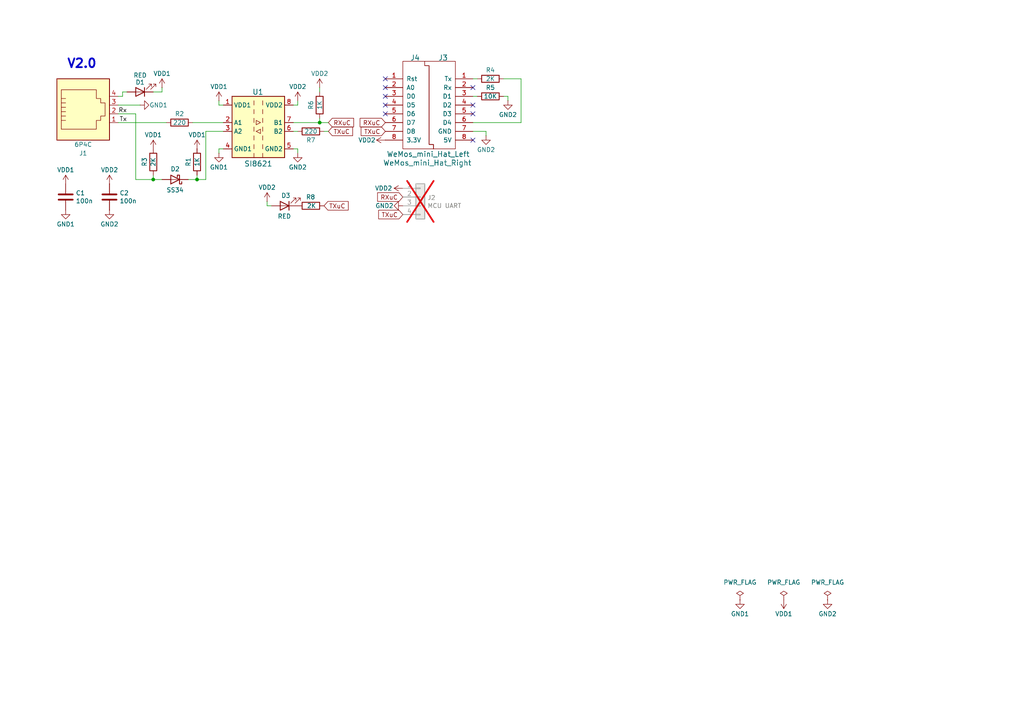
<source format=kicad_sch>
(kicad_sch (version 20231120) (generator "eeschema") (generator_version "8.0")
  (paper "A4")
  (lib_symbols
    (symbol "Connector:6P4C" (pin_names (offset 1.016))
      (property "Reference" "J" (at -5.08 11.43 0))
      (property "Value" "6P4C" (at 2.54 11.43 0))
      (symbol "6P4C_0_1"
        (polyline (pts (xy -6.35 -1.905) (xy -5.08 -1.905) (xy -5.08 -1.905)))
        (polyline (pts (xy -6.35 -0.635) (xy -5.08 -0.635) (xy -5.08 -0.635)))
        (polyline (pts (xy -6.35 0.635) (xy -5.08 0.635) (xy -5.08 0.635)))
        (polyline (pts (xy -6.35 1.905) (xy -5.08 1.905) (xy -5.08 1.905)))
        (polyline (pts (xy -6.35 3.175) (xy -5.08 3.175) (xy -5.08 3.175)))
        (polyline (pts (xy -5.08 4.445) (xy -6.35 4.445) (xy -6.35 4.445)))
        (polyline (pts (xy -6.35 -4.445) (xy -6.35 6.985) (xy 3.81 6.985) (xy 3.81 4.445) (xy 5.08 4.445) (xy 5.08 3.175) (xy 6.35 3.175) (xy 6.35 -0.635) (xy 5.08 -0.635) (xy 5.08 -1.905) (xy 3.81 -1.905) (xy 3.81 -4.445) (xy -6.35 -4.445) (xy -6.35 -4.445)))
        (rectangle (start 7.62 10.16) (end -7.62 -7.62) (stroke (width 0.254)) (fill (type background)))
      )
      (symbol "6P4C_1_1"
        (pin passive line (at 10.16 -2.54 180) (length 2.54) (name "~") (number "1"))
        (pin passive line (at 10.16 0 180) (length 2.54) (name "~") (number "2"))
        (pin passive line (at 10.16 2.54 180) (length 2.54) (name "~") (number "3"))
        (pin passive line (at 10.16 5.08 180) (length 2.54) (name "~") (number "4"))
      )
    )
    (symbol "Connector_Generic:Conn_01x04" (pin_names (offset 1.016) hide)
      (property "Reference" "J" (at 0 5.08 0))
      (property "Value" "Conn_01x04" (at 0 -7.62 0))
      (symbol "Conn_01x04_1_1"
        (rectangle (start -1.27 -4.953) (end 0 -5.207) (stroke (width 0.1524)))
        (rectangle (start -1.27 -2.413) (end 0 -2.667) (stroke (width 0.1524)))
        (rectangle (start -1.27 0.127) (end 0 -0.127) (stroke (width 0.1524)))
        (rectangle (start -1.27 2.667) (end 0 2.413) (stroke (width 0.1524)))
        (rectangle (start -1.27 3.81) (end 1.27 -6.35) (stroke (width 0.254)) (fill (type background)))
        (pin passive line (at -5.08 2.54 0) (length 3.81) (name "Pin_1") (number "1"))
        (pin passive line (at -5.08 0 0) (length 3.81) (name "Pin_2") (number "2"))
        (pin passive line (at -5.08 -2.54 0) (length 3.81) (name "Pin_3") (number "3"))
        (pin passive line (at -5.08 -5.08 0) (length 3.81) (name "Pin_4") (number "4"))
      )
    )
    (symbol "Device:C" (pin_numbers hide) (pin_names (offset 0.254))
      (property "Reference" "C" (at 0.635 2.54 0))
      (property "Value" "C" (at 0.635 -2.54 0))
      (symbol "C_0_1"
        (polyline (pts (xy -2.032 -0.762) (xy 2.032 -0.762)) (stroke (width 0.508)))
        (polyline (pts (xy -2.032 0.762) (xy 2.032 0.762)) (stroke (width 0.508)))
      )
      (symbol "C_1_1"
        (pin passive line (at 0 3.81 270) (length 2.794) (name "~") (number "1"))
        (pin passive line (at 0 -3.81 90) (length 2.794) (name "~") (number "2"))
      )
    )
    (symbol "Device:D_Schottky" (pin_numbers hide) (pin_names (offset 1.016) hide)
      (property "Reference" "D" (at 0 2.54 0))
      (property "Value" "D_Schottky" (at 0 -2.54 0))
      (symbol "D_Schottky_0_1"
        (polyline (pts (xy 1.27 0) (xy -1.27 0)))
        (polyline (pts (xy 1.27 1.27) (xy 1.27 -1.27) (xy -1.27 0) (xy 1.27 1.27)) (stroke (width 0.254)))
        (polyline (pts (xy -1.905 0.635) (xy -1.905 1.27) (xy -1.27 1.27) (xy -1.27 -1.27) (xy -0.635 -1.27) (xy -0.635 -0.635)) (stroke (width 0.254)))
      )
      (symbol "D_Schottky_1_1"
        (pin passive line (at -3.81 0 0) (length 2.54) (name "K") (number "1"))
        (pin passive line (at 3.81 0 180) (length 2.54) (name "A") (number "2"))
      )
    )
    (symbol "Device:LED" (pin_numbers hide) (pin_names (offset 1.016) hide)
      (property "Reference" "D" (at 0 2.54 0))
      (property "Value" "LED" (at 0 -2.54 0))
      (symbol "LED_0_1"
        (polyline (pts (xy -1.27 -1.27) (xy -1.27 1.27)) (stroke (width 0.254)))
        (polyline (pts (xy -1.27 0) (xy 1.27 0)))
        (polyline (pts (xy 1.27 -1.27) (xy 1.27 1.27) (xy -1.27 0) (xy 1.27 -1.27)) (stroke (width 0.254)))
        (polyline (pts (xy -3.048 -0.762) (xy -4.572 -2.286) (xy -3.81 -2.286) (xy -4.572 -2.286) (xy -4.572 -1.524)))
        (polyline (pts (xy -1.778 -0.762) (xy -3.302 -2.286) (xy -2.54 -2.286) (xy -3.302 -2.286) (xy -3.302 -1.524)))
      )
      (symbol "LED_1_1"
        (pin passive line (at -3.81 0 0) (length 2.54) (name "K") (number "1"))
        (pin passive line (at 3.81 0 180) (length 2.54) (name "A") (number "2"))
      )
    )
    (symbol "Device:R" (pin_numbers hide) (pin_names (offset 0))
      (property "Reference" "R" (at 2.032 0 90))
      (property "Value" "R" (at 0 0 90))
      (symbol "R_0_1"
        (rectangle (start -1.016 -2.54) (end 1.016 2.54) (stroke (width 0.254)))
      )
      (symbol "R_1_1"
        (pin passive line (at 0 3.81 270) (length 1.27) (name "~") (number "1"))
        (pin passive line (at 0 -3.81 90) (length 1.27) (name "~") (number "2"))
      )
    )
    (symbol "power:GND1" (power) (pin_numbers hide) (pin_names (offset 0) hide)
      (property "Value" "GND1" (at 0 -3.81 0))
      (symbol "GND1_0_1"
        (polyline (pts (xy 0 0) (xy 0 -1.27) (xy 1.27 -1.27) (xy 0 -2.54) (xy -1.27 -1.27) (xy 0 -1.27)))
      )
      (symbol "GND1_1_1"
        (pin power_in line (at 0 0 270) (length 0) (name "~") (number "1"))
      )
    )
    (symbol "power:GND2" (power) (pin_numbers hide) (pin_names (offset 0) hide)
      (property "Value" "GND2" (at 0 -3.81 0))
      (symbol "GND2_0_1"
        (polyline (pts (xy 0 0) (xy 0 -1.27) (xy 1.27 -1.27) (xy 0 -2.54) (xy -1.27 -1.27) (xy 0 -1.27)))
      )
      (symbol "GND2_1_1"
        (pin power_in line (at 0 0 270) (length 0) (name "~") (number "1"))
      )
    )
    (symbol "power:PWR_FLAG" (power) (pin_numbers hide) (pin_names (offset 0) hide)
      (property "Value" "PWR_FLAG" (at 0 3.81 0))
      (symbol "PWR_FLAG_0_0"
        (pin power_out line (at 0 0 90) (length 0) (name "~") (number "1"))
      )
      (symbol "PWR_FLAG_0_1"
        (polyline (pts (xy 0 0) (xy 0 1.27) (xy -1.016 1.905) (xy 0 2.54) (xy 1.016 1.905) (xy 0 1.27)))
      )
    )
    (symbol "power:VDD" (power) (pin_numbers hide) (pin_names (offset 0) hide)
      (property "Value" "VDD" (at 0 3.556 0))
      (symbol "VDD_0_1"
        (polyline (pts (xy -0.762 1.27) (xy 0 2.54)))
        (polyline (pts (xy 0 0) (xy 0 2.54)))
        (polyline (pts (xy 0 2.54) (xy 0.762 1.27)))
      )
      (symbol "VDD_1_1"
        (pin power_in line (at 0 0 90) (length 0) (name "~") (number "1"))
      )
    )
    (symbol "si8621:Si8621EC-B-IS"
      (property "Reference" "U" (at 0 12.192 0))
      (property "Value" "Si8621EC-B-IS" (at 0 10.16 0))
      (symbol "Si8621EC-B-IS_0_1"
        (rectangle (start -7.62 8.89) (end 7.62 -8.89) (stroke (width 0.254)) (fill (type background)))
        (polyline (pts (xy -1.27 -7.62) (xy -1.27 -8.89)))
        (polyline (pts (xy -1.27 -5.08) (xy -1.27 -6.35)))
        (polyline (pts (xy -1.27 -2.54) (xy -1.27 -3.81)))
        (polyline (pts (xy -1.27 0) (xy -1.27 -1.27)))
        (polyline (pts (xy -1.27 2.54) (xy -1.27 1.27)))
        (polyline (pts (xy -1.27 5.08) (xy -1.27 3.81)))
        (polyline (pts (xy -1.27 7.62) (xy -1.27 6.35)))
        (polyline (pts (xy 1.27 -7.62) (xy 1.27 -8.89)))
        (polyline (pts (xy 1.27 -5.08) (xy 1.27 -6.35)))
        (polyline (pts (xy 1.27 -2.54) (xy 1.27 -3.81)))
        (polyline (pts (xy 1.27 0) (xy 1.27 -1.27)))
        (polyline (pts (xy 1.27 2.54) (xy 1.27 1.27)))
        (polyline (pts (xy 1.27 5.08) (xy 1.27 3.81)))
        (polyline (pts (xy 1.27 7.62) (xy 1.27 6.35)))
        (polyline (pts (xy -0.635 -1.27) (xy 0.635 -0.635) (xy 0.635 -1.905) (xy -0.635 -1.27)))
        (polyline (pts (xy -0.635 1.905) (xy -0.635 0.635) (xy 0.635 1.27) (xy -0.635 1.905)))
      )
      (symbol "Si8621EC-B-IS_1_1"
        (pin power_in line (at -10.16 6.35 0) (length 2.54) (name "VDD1") (number "1"))
        (pin input line (at -10.16 1.27 0) (length 2.54) (name "A1") (number "2"))
        (pin output line (at -10.16 -1.27 0) (length 2.54) (name "A2") (number "3"))
        (pin power_in line (at -10.16 -6.35 0) (length 2.54) (name "GND1") (number "4"))
        (pin power_in line (at 10.16 -6.35 180) (length 2.54) (name "GND2") (number "5"))
        (pin input line (at 10.16 -1.27 180) (length 2.54) (name "B2") (number "6"))
        (pin output line (at 10.16 1.27 180) (length 2.54) (name "B1") (number "7"))
        (pin power_in line (at 10.16 6.35 180) (length 2.54) (name "VDD2") (number "8"))
      )
    )
    (symbol "wemos_mini:WeMos_D1_mini_Hat_Left" (pin_names (offset 1.016))
      (property "Reference" "J" (at -0.254 13.716 0))
      (property "Value" "WeMos_mini_Hat_Left" (at 4.064 -14.224 0))
      (symbol "WeMos_D1_mini_Hat_Left_0_1"
        (polyline (pts (xy 2.54 -12.7) (xy -3.81 -12.7) (xy -3.81 12.7) (xy 5.08 12.7)))
        (polyline (pts (xy 2.54 -12.7) (xy 2.54 -11.43) (xy 3.81 -11.43) (xy 3.81 11.43) (xy 5.08 11.43) (xy 5.08 12.7)))
      )
      (symbol "WeMos_D1_mini_Hat_Left_1_1"
        (pin bidirectional line (at -8.89 7.62 0) (length 5.08) (name "Tx") (number "1"))
        (pin bidirectional line (at -8.89 5.08 0) (length 5.08) (name "Rx") (number "2"))
        (pin bidirectional line (at -8.89 2.54 0) (length 5.08) (name "D1") (number "3"))
        (pin bidirectional line (at -8.89 0 0) (length 5.08) (name "D2") (number "4"))
        (pin bidirectional line (at -8.89 -2.54 0) (length 5.08) (name "D3") (number "5"))
        (pin bidirectional line (at -8.89 -5.08 0) (length 5.08) (name "D4") (number "6"))
        (pin power_in line (at -8.89 -7.62 0) (length 5.08) (name "GND") (number "7"))
        (pin power_in line (at -8.89 -10.16 0) (length 5.08) (name "5V") (number "8"))
      )
    )
    (symbol "wemos_mini:WeMos_D1_mini_Hat_Right" (pin_names (offset 1.016))
      (property "Reference" "J" (at 0.254 13.716 0))
      (property "Value" "WeMos_mini_Hat_Right" (at -3.302 -16.764 0))
      (symbol "WeMos_D1_mini_Hat_Right_0_1"
        (polyline (pts (xy -5.08 -12.7) (xy 3.81 -12.7) (xy 3.81 12.7) (xy -2.54 12.7)))
        (polyline (pts (xy -5.08 -12.7) (xy -5.08 -11.43) (xy -3.81 -11.43) (xy -3.81 11.43) (xy -2.54 11.43) (xy -2.54 12.7)))
      )
      (symbol "WeMos_D1_mini_Hat_Right_1_1"
        (pin bidirectional line (at 8.89 7.62 180) (length 5.08) (name "Rst") (number "1"))
        (pin bidirectional line (at 8.89 5.08 180) (length 5.08) (name "A0") (number "2"))
        (pin bidirectional line (at 8.89 2.54 180) (length 5.08) (name "D0") (number "3"))
        (pin bidirectional line (at 8.89 0 180) (length 5.08) (name "D5") (number "4"))
        (pin bidirectional line (at 8.89 -2.54 180) (length 5.08) (name "D6") (number "5"))
        (pin bidirectional line (at 8.89 -5.08 180) (length 5.08) (name "D7") (number "6"))
        (pin bidirectional line (at 8.89 -7.62 180) (length 5.08) (name "D8") (number "7"))
        (pin power_out line (at 8.89 -10.16 180) (length 5.08) (name "3.3V") (number "8"))
      )
    )
  )
  (junction (at 57.15 52.07))
  (junction (at 44.45 52.07))
  (junction (at 92.71 35.56))
  (no_connect (at 111.76 25.4))
  (no_connect (at 137.16 25.4))
  (no_connect (at 111.76 27.94))
  (no_connect (at 111.76 33.02))
  (no_connect (at 137.16 33.02))
  (no_connect (at 111.76 30.48))
  (no_connect (at 137.16 40.64))
  (no_connect (at 137.16 30.48))
  (no_connect (at 111.76 22.86))
  (wire (pts (xy 77.47 59.69) (xy 78.74 59.69)))
  (wire (pts (xy 57.15 52.07) (xy 59.69 52.07)))
  (wire (pts (xy 85.09 30.48) (xy 86.36 30.48)))
  (wire (pts (xy 55.88 35.56) (xy 64.77 35.56)))
  (wire (pts (xy 64.77 43.18) (xy 63.5 43.18)))
  (wire (pts (xy 140.97 38.1) (xy 140.97 39.37)))
  (wire (pts (xy 34.29 30.48) (xy 40.64 30.48)))
  (wire (pts (xy 59.69 38.1) (xy 59.69 52.07)))
  (wire (pts (xy 39.37 52.07) (xy 44.45 52.07)))
  (wire (pts (xy 59.69 38.1) (xy 64.77 38.1)))
  (wire (pts (xy 86.36 30.48) (xy 86.36 29.21)))
  (wire (pts (xy 93.98 38.1) (xy 95.25 38.1)))
  (wire (pts (xy 63.5 30.48) (xy 63.5 29.21)))
  (wire (pts (xy 92.71 35.56) (xy 95.25 35.56)))
  (wire (pts (xy 44.45 52.07) (xy 44.45 50.8)))
  (wire (pts (xy 137.16 22.86) (xy 138.43 22.86)))
  (wire (pts (xy 46.99 25.4) (xy 46.99 26.67)))
  (wire (pts (xy 35.56 27.94) (xy 35.56 26.67)))
  (wire (pts (xy 34.29 27.94) (xy 35.56 27.94)))
  (wire (pts (xy 64.77 30.48) (xy 63.5 30.48)))
  (wire (pts (xy 35.56 26.67) (xy 36.83 26.67)))
  (wire (pts (xy 146.05 27.94) (xy 147.32 27.94)))
  (wire (pts (xy 86.36 43.18) (xy 86.36 44.45)))
  (wire (pts (xy 137.16 27.94) (xy 138.43 27.94)))
  (wire (pts (xy 54.61 52.07) (xy 57.15 52.07)))
  (wire (pts (xy 85.09 38.1) (xy 86.36 38.1)))
  (wire (pts (xy 92.71 25.4) (xy 92.71 26.67)))
  (wire (pts (xy 92.71 34.29) (xy 92.71 35.56)))
  (wire (pts (xy 77.47 58.42) (xy 77.47 59.69)))
  (wire (pts (xy 46.99 52.07) (xy 44.45 52.07)))
  (wire (pts (xy 146.05 22.86) (xy 151.13 22.86)))
  (wire (pts (xy 85.09 43.18) (xy 86.36 43.18)))
  (wire (pts (xy 46.99 26.67) (xy 44.45 26.67)))
  (wire (pts (xy 151.13 35.56) (xy 137.16 35.56)))
  (wire (pts (xy 63.5 43.18) (xy 63.5 44.45)))
  (wire (pts (xy 85.09 35.56) (xy 92.71 35.56)))
  (wire (pts (xy 151.13 22.86) (xy 151.13 35.56)))
  (wire (pts (xy 34.29 35.56) (xy 48.26 35.56)))
  (wire (pts (xy 57.15 50.8) (xy 57.15 52.07)))
  (wire (pts (xy 137.16 38.1) (xy 140.97 38.1)))
  (wire (pts (xy 147.32 27.94) (xy 147.32 29.21)))
  (wire (pts (xy 34.29 33.02) (xy 39.37 33.02)))
  (wire (pts (xy 39.37 33.02) (xy 39.37 52.07)))
  (text "V2.0" (at 19.304 20.066 0) (effects (font (size 2.54 2.54) (thickness 0.508) (bold yes)) (justify left bottom)))
  (label "Tx" (at 36.83 35.56 180))
  (label "Rx" (at 36.83 33.02 180))
  (global_label "TXuC" (shape input) (at 95.25 38.1 0) (property "Intersheetrefs" "${INTERSHEET_REFS}" (effects (hide yes))))
  (global_label "TXuC" (shape input) (at 93.98 59.69 0) (property "Intersheetrefs" "${INTERSHEET_REFS}" (effects (hide yes))))
  (global_label "RXuC" (shape input) (at 95.25 35.56 0) (property "Intersheetrefs" "${INTERSHEET_REFS}" (effects (hide yes))))
  (global_label "RXuC" (shape input) (at 116.84 57.15 180) (property "Intersheetrefs" "${INTERSHEET_REFS}" (effects (hide yes))))
  (global_label "TXuC" (shape input) (at 116.84 62.23 180) (property "Intersheetrefs" "${INTERSHEET_REFS}" (effects (hide yes))))
  (global_label "TXuC" (shape input) (at 111.76 38.1 180) (property "Intersheetrefs" "${INTERSHEET_REFS}" (effects (hide yes))))
  (global_label "RXuC" (shape input) (at 111.76 35.56 180) (property "Intersheetrefs" "${INTERSHEET_REFS}" (effects (hide yes))))
  (symbol (lib_id "si8621:Si8621EC-B-IS") (at 74.93 36.83 0) (unit 1)
    (property "Reference" "U1" (at 73.152 26.67 0) (effects (font (size 1.524 1.524)) (justify left)))
    (property "Value" "SI8621" (at 74.93 47.498 0) (effects (font (size 1.524 1.524))))
    (property "Footprint" "Package_SO:SOIC-8_3.9x4.9mm_P1.27mm" (effects (hide yes)))
    (property "Datasheet" "https://www.silabs.com/documents/public/data-sheets/si861x-datasheet.pdf" (effects (hide yes)))
    (property "Description" "Low-Power Dual-Channel Digital Isolator, 150Mbps, 2.5-5.5V, 3.75kV isolation, Fail-Safe High, SOIC-8" (effects (hide yes)))
    (property "LCSC" "C461877" (effects (hide yes)))
  )
  (symbol (lib_id "Connector_Generic:Conn_01x04") (at 121.92 57.15 0) (unit 1) (in_bom no) (dnp yes)
    (property "Reference" "J2" (at 123.952 57.3532 0) (effects (justify left)))
    (property "Value" "MCU UART" (at 123.952 59.6646 0) (effects (justify left)))
    (property "Footprint" "Connector_PinHeader_2.54mm:PinHeader_1x04_P2.54mm_Vertical" (effects (hide yes)))
  )
  (symbol (lib_id "Connector:6P4C") (at 24.13 33.02 0) (unit 1)
    (property "Reference" "J1" (at 24.13 44.45 0))
    (property "Value" "6P4C" (at 24.13 41.91 0))
    (property "Footprint" "MyRJ:Ali_RJ11" (effects (hide yes)))
    (property "Description" "RJ connector, 6P4C (6 positions 4 connected), RJ13/RJ14" (effects (hide yes)))
    (property "LCSC" "C189749" (effects (hide yes)))
    (property "JlcRotOffset" "180" (effects (hide yes)))
    (property "JlcPosOffset" "0,3.07" (effects (hide yes)))
  )
  (symbol (lib_id "Device:LED") (at 40.64 26.67 180) (unit 1)
    (property "Reference" "D1" (at 40.64 23.876 0))
    (property "Value" "RED" (at 40.64 21.844 0))
    (property "Footprint" "LED_SMD:LED_0805_2012Metric_Pad1.15x1.40mm_HandSolder" (effects (hide yes)))
    (property "LCSC" "C84256" (effects (hide yes)))
  )
  (symbol (lib_id "Device:R") (at 57.15 46.99 180) (unit 1)
    (property "Reference" "R1" (at 54.61 46.99 90))
    (property "Value" "1K" (at 57.15 46.99 90))
    (property "Footprint" "Resistor_SMD:R_0805_2012Metric_Pad1.20x1.40mm_HandSolder" (effects (hide yes)))
    (property "LCSC" "C17513" (effects (hide yes)))
  )
  (symbol (lib_id "Device:R") (at 44.45 46.99 180) (unit 1)
    (property "Reference" "R3" (at 41.91 46.99 90))
    (property "Value" "2K" (at 44.45 46.99 90))
    (property "Footprint" "Resistor_SMD:R_0805_2012Metric_Pad1.20x1.40mm_HandSolder" (effects (hide yes)))
    (property "LCSC" "C17604" (effects (hide yes)))
  )
  (symbol (lib_id "Device:R") (at 52.07 35.56 90) (unit 1)
    (property "Reference" "R2" (at 52.07 33.02 90))
    (property "Value" "220" (at 52.07 35.56 90))
    (property "Footprint" "Resistor_SMD:R_0805_2012Metric_Pad1.20x1.40mm_HandSolder" (effects (hide yes)))
    (property "LCSC" "C17557" (effects (hide yes)))
  )
  (symbol (lib_id "Device:R") (at 90.17 38.1 270) (unit 1)
    (property "Reference" "R7" (at 90.17 40.64 90))
    (property "Value" "220" (at 90.17 38.1 90))
    (property "Footprint" "Resistor_SMD:R_0805_2012Metric_Pad1.20x1.40mm_HandSolder" (effects (hide yes)))
    (property "LCSC" "C17557" (effects (hide yes)))
  )
  (symbol (lib_id "Device:R") (at 92.71 30.48 180) (unit 1)
    (property "Reference" "R6" (at 90.17 30.48 90))
    (property "Value" "1K" (at 92.71 30.48 90))
    (property "Footprint" "Resistor_SMD:R_0805_2012Metric_Pad1.20x1.40mm_HandSolder" (effects (hide yes)))
    (property "LCSC" "C17513" (effects (hide yes)))
  )
  (symbol (lib_id "Device:LED") (at 82.55 59.69 180) (unit 1)
    (property "Reference" "D3" (at 81.5594 56.7182 0) (effects (justify right)))
    (property "Value" "RED" (at 80.518 62.738 0) (effects (justify right)))
    (property "Footprint" "LED_SMD:LED_0805_2012Metric_Pad1.15x1.40mm_HandSolder" (effects (hide yes)))
    (property "LCSC" "C84256" (effects (hide yes)))
  )
  (symbol (lib_id "Device:C") (at 19.05 57.15 0) (unit 1)
    (property "Reference" "C1" (at 21.971 55.9816 0) (effects (justify left)))
    (property "Value" "100n" (at 21.971 58.293 0) (effects (justify left)))
    (property "Footprint" "Capacitor_SMD:C_0805_2012Metric_Pad1.18x1.45mm_HandSolder" (effects (hide yes)))
    (property "LCSC" "C49678" (effects (hide yes)))
  )
  (symbol (lib_id "Device:C") (at 31.75 57.15 0) (unit 1)
    (property "Reference" "C2" (at 34.671 55.9816 0) (effects (justify left)))
    (property "Value" "100n" (at 34.671 58.293 0) (effects (justify left)))
    (property "Footprint" "Capacitor_SMD:C_0805_2012Metric_Pad1.18x1.45mm_HandSolder" (effects (hide yes)))
    (property "LCSC" "C49678" (effects (hide yes)))
  )
  (symbol (lib_id "Device:R") (at 90.17 59.69 270) (unit 1)
    (property "Reference" "R8" (at 91.44 57.15 90) (effects (justify right)))
    (property "Value" "2K" (at 91.694 59.69 90) (effects (justify right)))
    (property "Footprint" "Resistor_SMD:R_0805_2012Metric_Pad1.20x1.40mm_HandSolder" (effects (hide yes)))
    (property "LCSC" "C17604" (effects (hide yes)))
  )
  (symbol (lib_id "Device:D_Schottky") (at 50.8 52.07 180) (unit 1)
    (property "Reference" "D2" (at 50.8 49.022 0))
    (property "Value" "SS34" (at 50.8 55.118 0))
    (property "Footprint" "Diode_SMD:D_SMA" (effects (hide yes)))
    (property "LCSC" "C8678" (effects (hide yes)))
  )
  (symbol (lib_id "power:PWR_FLAG") (at 240.03 173.99 0) (unit 1)
    (property "Reference" "#FLG03" (effects (hide yes)))
    (property "Value" "PWR_FLAG" (at 240.03 168.91 0))
    (property "Description" "Special symbol for telling ERC where power comes from" (effects (hide yes)))
  )
  (symbol (lib_id "power:PWR_FLAG") (at 214.63 173.99 0) (unit 1)
    (property "Reference" "#FLG01" (effects (hide yes)))
    (property "Value" "PWR_FLAG" (at 214.63 168.91 0))
    (property "Description" "Special symbol for telling ERC where power comes from" (effects (hide yes)))
  )
  (symbol (lib_id "Device:R") (at 142.24 27.94 90) (unit 1)
    (property "Reference" "R5" (at 142.24 25.4 90))
    (property "Value" "10K" (at 142.24 27.94 90))
    (property "Footprint" "Resistor_SMD:R_0805_2012Metric_Pad1.20x1.40mm_HandSolder" (effects (hide yes)))
    (property "LCSC" "C17414" (effects (hide yes)))
  )
  (symbol (lib_id "power:GND2") (at 31.75 60.96 0) (unit 1)
    (property "Reference" "#PWR02" (effects (hide yes)))
    (property "Value" "GND2" (at 31.75 65.024 0))
    (property "Description" "Power symbol creates a global label with name \"GND2\" , ground" (effects (hide yes)))
  )
  (symbol (lib_id "power:GND1") (at 19.05 60.96 0) (unit 1)
    (property "Reference" "#PWR01" (effects (hide yes)))
    (property "Value" "GND1" (at 19.05 65.024 0))
    (property "Description" "Power symbol creates a global label with name \"GND1\" , ground" (effects (hide yes)))
  )
  (symbol (lib_id "power:GND2") (at 140.97 39.37 0) (unit 1)
    (property "Reference" "#PWR07" (effects (hide yes)))
    (property "Value" "GND2" (at 140.97 43.434 0))
    (property "Description" "Power symbol creates a global label with name \"GND2\" , ground" (effects (hide yes)))
  )
  (symbol (lib_id "power:VDD") (at 111.76 40.64 90) (unit 1)
    (property "Reference" "#PWR010" (effects (hide yes)))
    (property "Value" "VDD2" (at 106.426 40.64 90))
    (property "Description" "Power symbol creates a global label with name \"VDD\"" (effects (hide yes)))
  )
  (symbol (lib_id "power:GND1") (at 214.63 173.99 0) (unit 1)
    (property "Reference" "#PWR020" (effects (hide yes)))
    (property "Value" "GND1" (at 214.63 178.054 0))
    (property "Description" "Power symbol creates a global label with name \"GND1\" , ground" (effects (hide yes)))
  )
  (symbol (lib_id "power:GND2") (at 86.36 44.45 0) (unit 1)
    (property "Reference" "#PWR09" (effects (hide yes)))
    (property "Value" "GND2" (at 86.36 48.514 0))
    (property "Description" "Power symbol creates a global label with name \"GND2\" , ground" (effects (hide yes)))
  )
  (symbol (lib_id "power:VDD") (at 63.5 29.21 0) (unit 1)
    (property "Reference" "#PWR05" (effects (hide yes)))
    (property "Value" "VDD1" (at 63.5 25.146 0))
    (property "Description" "Power symbol creates a global label with name \"VDD\"" (effects (hide yes)))
  )
  (symbol (lib_id "wemos_mini:WeMos_D1_mini_Hat_Right") (at 120.65 30.48 0) (mirror y) (unit 1)
    (property "Reference" "J4" (at 120.396 16.764 0) (effects (font (size 1.524 1.524))))
    (property "Value" "WeMos_mini_Hat_Right" (at 123.952 47.244 0) (effects (font (size 1.524 1.524))))
    (property "Footprint" "wemos_d1_mini:WeMos_D1_mini_Hat_Right" (effects (hide yes)))
    (property "Datasheet" "http://www.wemos.cc/Products/d1_mini.html" (effects (hide yes)))
    (property "LCSC" "C7509515" (effects (hide yes)))
  )
  (symbol (lib_id "power:VDD") (at 46.99 25.4 0) (unit 1)
    (property "Reference" "#PWR019" (effects (hide yes)))
    (property "Value" "VDD1" (at 46.99 21.336 0))
    (property "Description" "Power symbol creates a global label with name \"VDD\"" (effects (hide yes)))
  )
  (symbol (lib_id "power:GND1") (at 40.64 30.48 90) (unit 1)
    (property "Reference" "#PWR04" (effects (hide yes)))
    (property "Value" "GND1" (at 45.974 30.48 90))
    (property "Description" "Power symbol creates a global label with name \"GND1\" , ground" (effects (hide yes)))
  )
  (symbol (lib_id "power:GND2") (at 240.03 173.99 0) (unit 1)
    (property "Reference" "#PWR022" (effects (hide yes)))
    (property "Value" "GND2" (at 240.03 178.054 0))
    (property "Description" "Power symbol creates a global label with name \"GND2\" , ground" (effects (hide yes)))
  )
  (symbol (lib_id "power:VDD") (at 116.84 54.61 90) (unit 1)
    (property "Reference" "#PWR011" (effects (hide yes)))
    (property "Value" "VDD2" (at 111.252 54.61 90))
    (property "Description" "Power symbol creates a global label with name \"VDD\"" (effects (hide yes)))
  )
  (symbol (lib_id "wemos_mini:WeMos_D1_mini_Hat_Left") (at 128.27 30.48 0) (mirror y) (unit 1)
    (property "Reference" "J3" (at 128.524 16.764 0) (effects (font (size 1.524 1.524))))
    (property "Value" "WeMos_mini_Hat_Left" (at 124.206 44.704 0) (effects (font (size 1.524 1.524))))
    (property "Footprint" "wemos_d1_mini:WeMos_D1_mini_Hat_Left" (effects (hide yes)))
    (property "Datasheet" "http://www.wemos.cc/Products/d1_mini.html" (effects (hide yes)))
    (property "LCSC" "C7509515" (effects (hide yes)))
  )
  (symbol (lib_id "power:VDD") (at 57.15 43.18 0) (unit 1)
    (property "Reference" "#PWR017" (effects (hide yes)))
    (property "Value" "VDD1" (at 57.15 39.116 0))
    (property "Description" "Power symbol creates a global label with name \"VDD\"" (effects (hide yes)))
  )
  (symbol (lib_id "power:GND2") (at 116.84 59.69 270) (unit 1)
    (property "Reference" "#PWR013" (effects (hide yes)))
    (property "Value" "GND2" (at 111.506 59.69 90))
    (property "Description" "Power symbol creates a global label with name \"GND2\" , ground" (effects (hide yes)))
  )
  (symbol (lib_id "power:PWR_FLAG") (at 227.33 173.99 0) (unit 1)
    (property "Reference" "#FLG02" (effects (hide yes)))
    (property "Value" "PWR_FLAG" (at 227.33 168.91 0))
    (property "Description" "Special symbol for telling ERC where power comes from" (effects (hide yes)))
  )
  (symbol (lib_id "power:VDD") (at 44.45 43.18 0) (unit 1)
    (property "Reference" "#PWR018" (effects (hide yes)))
    (property "Value" "VDD1" (at 44.45 39.116 0))
    (property "Description" "Power symbol creates a global label with name \"VDD\"" (effects (hide yes)))
  )
  (symbol (lib_id "power:VDD") (at 92.71 25.4 0) (unit 1)
    (property "Reference" "#PWR012" (effects (hide yes)))
    (property "Value" "VDD2" (at 92.71 21.336 0))
    (property "Description" "Power symbol creates a global label with name \"VDD\"" (effects (hide yes)))
  )
  (symbol (lib_id "power:VDD") (at 19.05 53.34 0) (unit 1)
    (property "Reference" "#PWR014" (effects (hide yes)))
    (property "Value" "VDD1" (at 19.05 49.276 0))
    (property "Description" "Power symbol creates a global label with name \"VDD\"" (effects (hide yes)))
  )
  (symbol (lib_id "power:VDD") (at 77.47 58.42 0) (unit 1)
    (property "Reference" "#PWR015" (effects (hide yes)))
    (property "Value" "VDD2" (at 77.47 54.356 0))
    (property "Description" "Power symbol creates a global label with name \"VDD\"" (effects (hide yes)))
  )
  (symbol (lib_id "power:GND1") (at 63.5 44.45 0) (unit 1)
    (property "Reference" "#PWR03" (effects (hide yes)))
    (property "Value" "GND1" (at 63.5 48.514 0))
    (property "Description" "Power symbol creates a global label with name \"GND1\" , ground" (effects (hide yes)))
  )
  (symbol (lib_id "power:GND2") (at 147.32 29.21 0) (unit 1)
    (property "Reference" "#PWR08" (effects (hide yes)))
    (property "Value" "GND2" (at 147.32 33.274 0))
    (property "Description" "Power symbol creates a global label with name \"GND2\" , ground" (effects (hide yes)))
  )
  (symbol (lib_id "power:VDD") (at 227.33 173.99 180) (unit 1)
    (property "Reference" "#PWR021" (effects (hide yes)))
    (property "Value" "VDD1" (at 227.33 178.054 0))
    (property "Description" "Power symbol creates a global label with name \"VDD\"" (effects (hide yes)))
  )
  (symbol (lib_id "power:VDD") (at 31.75 53.34 0) (unit 1)
    (property "Reference" "#PWR016" (effects (hide yes)))
    (property "Value" "VDD2" (at 31.75 49.276 0))
    (property "Description" "Power symbol creates a global label with name \"VDD\"" (effects (hide yes)))
  )
  (symbol (lib_id "power:VDD") (at 86.36 29.21 0) (unit 1)
    (property "Reference" "#PWR06" (effects (hide yes)))
    (property "Value" "VDD2" (at 86.36 25.146 0))
    (property "Description" "Power symbol creates a global label with name \"VDD\"" (effects (hide yes)))
  )
  (symbol (lib_id "Device:R") (at 142.24 22.86 90) (unit 1)
    (property "Reference" "R4" (at 142.24 20.32 90))
    (property "Value" "2K" (at 142.24 22.86 90))
    (property "Footprint" "Resistor_SMD:R_0805_2012Metric_Pad1.20x1.40mm_HandSolder" (effects (hide yes)))
    (property "LCSC" "C17604" (effects (hide yes)))
  )
)
</source>
